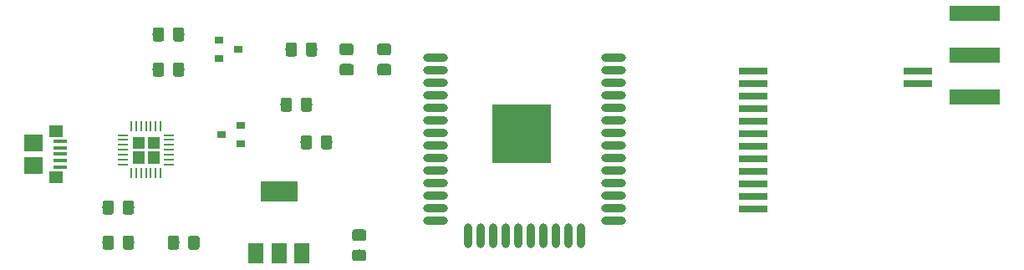
<source format=gbr>
G04 #@! TF.GenerationSoftware,KiCad,Pcbnew,5.0.2+dfsg1-1*
G04 #@! TF.CreationDate,2021-02-25T16:07:11+01:00*
G04 #@! TF.ProjectId,Pager-Interface (KiCAD),50616765-722d-4496-9e74-657266616365,rev?*
G04 #@! TF.SameCoordinates,Original*
G04 #@! TF.FileFunction,Paste,Top*
G04 #@! TF.FilePolarity,Positive*
%FSLAX46Y46*%
G04 Gerber Fmt 4.6, Leading zero omitted, Abs format (unit mm)*
G04 Created by KiCad (PCBNEW 5.0.2+dfsg1-1) date Thu 25 Feb 2021 16:07:11 CET*
%MOMM*%
%LPD*%
G01*
G04 APERTURE LIST*
%ADD10C,0.010000*%
%ADD11R,3.800000X2.000000*%
%ADD12R,1.500000X2.000000*%
%ADD13C,0.100000*%
%ADD14C,1.150000*%
%ADD15R,1.900000X1.750000*%
%ADD16R,1.400000X0.400000*%
%ADD17R,1.450000X1.150000*%
%ADD18R,5.080000X1.500000*%
%ADD19R,0.900000X0.800000*%
%ADD20R,3.000000X0.800000*%
%ADD21O,2.500000X0.900000*%
%ADD22O,0.900000X2.500000*%
%ADD23R,6.000000X6.000000*%
%ADD24R,0.270000X1.010000*%
%ADD25R,1.010000X0.270000*%
G04 APERTURE END LIST*
D10*
G04 #@! TO.C,U2*
G36*
X52250268Y-115750000D02*
X53400000Y-115750000D01*
X53400000Y-116901980D01*
X52250268Y-116901980D01*
X52250268Y-115750000D01*
G37*
X52250268Y-115750000D02*
X53400000Y-115750000D01*
X53400000Y-116901980D01*
X52250268Y-116901980D01*
X52250268Y-115750000D01*
G36*
X50738600Y-115750000D02*
X51890000Y-115750000D01*
X51890000Y-116901400D01*
X50738600Y-116901400D01*
X50738600Y-115750000D01*
G37*
X50738600Y-115750000D02*
X51890000Y-115750000D01*
X51890000Y-116901400D01*
X50738600Y-116901400D01*
X50738600Y-115750000D01*
G36*
X50738180Y-114240000D02*
X51890000Y-114240000D01*
X51890000Y-115389754D01*
X50738180Y-115389754D01*
X50738180Y-114240000D01*
G37*
X50738180Y-114240000D02*
X51890000Y-114240000D01*
X51890000Y-115389754D01*
X50738180Y-115389754D01*
X50738180Y-114240000D01*
G36*
X52250089Y-114240000D02*
X53400000Y-114240000D01*
X53400000Y-115389911D01*
X52250089Y-115389911D01*
X52250089Y-114240000D01*
G37*
X52250089Y-114240000D02*
X53400000Y-114240000D01*
X53400000Y-115389911D01*
X52250089Y-115389911D01*
X52250089Y-114240000D01*
G04 #@! TD*
D11*
G04 #@! TO.C,U1*
X65532000Y-119786000D03*
D12*
X65532000Y-126086000D03*
X67832000Y-126086000D03*
X63232000Y-126086000D03*
G04 #@! TD*
D13*
G04 #@! TO.C,C1*
G36*
X50650505Y-124269204D02*
X50674773Y-124272804D01*
X50698572Y-124278765D01*
X50721671Y-124287030D01*
X50743850Y-124297520D01*
X50764893Y-124310132D01*
X50784599Y-124324747D01*
X50802777Y-124341223D01*
X50819253Y-124359401D01*
X50833868Y-124379107D01*
X50846480Y-124400150D01*
X50856970Y-124422329D01*
X50865235Y-124445428D01*
X50871196Y-124469227D01*
X50874796Y-124493495D01*
X50876000Y-124517999D01*
X50876000Y-125418001D01*
X50874796Y-125442505D01*
X50871196Y-125466773D01*
X50865235Y-125490572D01*
X50856970Y-125513671D01*
X50846480Y-125535850D01*
X50833868Y-125556893D01*
X50819253Y-125576599D01*
X50802777Y-125594777D01*
X50784599Y-125611253D01*
X50764893Y-125625868D01*
X50743850Y-125638480D01*
X50721671Y-125648970D01*
X50698572Y-125657235D01*
X50674773Y-125663196D01*
X50650505Y-125666796D01*
X50626001Y-125668000D01*
X49975999Y-125668000D01*
X49951495Y-125666796D01*
X49927227Y-125663196D01*
X49903428Y-125657235D01*
X49880329Y-125648970D01*
X49858150Y-125638480D01*
X49837107Y-125625868D01*
X49817401Y-125611253D01*
X49799223Y-125594777D01*
X49782747Y-125576599D01*
X49768132Y-125556893D01*
X49755520Y-125535850D01*
X49745030Y-125513671D01*
X49736765Y-125490572D01*
X49730804Y-125466773D01*
X49727204Y-125442505D01*
X49726000Y-125418001D01*
X49726000Y-124517999D01*
X49727204Y-124493495D01*
X49730804Y-124469227D01*
X49736765Y-124445428D01*
X49745030Y-124422329D01*
X49755520Y-124400150D01*
X49768132Y-124379107D01*
X49782747Y-124359401D01*
X49799223Y-124341223D01*
X49817401Y-124324747D01*
X49837107Y-124310132D01*
X49858150Y-124297520D01*
X49880329Y-124287030D01*
X49903428Y-124278765D01*
X49927227Y-124272804D01*
X49951495Y-124269204D01*
X49975999Y-124268000D01*
X50626001Y-124268000D01*
X50650505Y-124269204D01*
X50650505Y-124269204D01*
G37*
D14*
X50301000Y-124968000D03*
D13*
G36*
X48600505Y-124269204D02*
X48624773Y-124272804D01*
X48648572Y-124278765D01*
X48671671Y-124287030D01*
X48693850Y-124297520D01*
X48714893Y-124310132D01*
X48734599Y-124324747D01*
X48752777Y-124341223D01*
X48769253Y-124359401D01*
X48783868Y-124379107D01*
X48796480Y-124400150D01*
X48806970Y-124422329D01*
X48815235Y-124445428D01*
X48821196Y-124469227D01*
X48824796Y-124493495D01*
X48826000Y-124517999D01*
X48826000Y-125418001D01*
X48824796Y-125442505D01*
X48821196Y-125466773D01*
X48815235Y-125490572D01*
X48806970Y-125513671D01*
X48796480Y-125535850D01*
X48783868Y-125556893D01*
X48769253Y-125576599D01*
X48752777Y-125594777D01*
X48734599Y-125611253D01*
X48714893Y-125625868D01*
X48693850Y-125638480D01*
X48671671Y-125648970D01*
X48648572Y-125657235D01*
X48624773Y-125663196D01*
X48600505Y-125666796D01*
X48576001Y-125668000D01*
X47925999Y-125668000D01*
X47901495Y-125666796D01*
X47877227Y-125663196D01*
X47853428Y-125657235D01*
X47830329Y-125648970D01*
X47808150Y-125638480D01*
X47787107Y-125625868D01*
X47767401Y-125611253D01*
X47749223Y-125594777D01*
X47732747Y-125576599D01*
X47718132Y-125556893D01*
X47705520Y-125535850D01*
X47695030Y-125513671D01*
X47686765Y-125490572D01*
X47680804Y-125466773D01*
X47677204Y-125442505D01*
X47676000Y-125418001D01*
X47676000Y-124517999D01*
X47677204Y-124493495D01*
X47680804Y-124469227D01*
X47686765Y-124445428D01*
X47695030Y-124422329D01*
X47705520Y-124400150D01*
X47718132Y-124379107D01*
X47732747Y-124359401D01*
X47749223Y-124341223D01*
X47767401Y-124324747D01*
X47787107Y-124310132D01*
X47808150Y-124297520D01*
X47830329Y-124287030D01*
X47853428Y-124278765D01*
X47877227Y-124272804D01*
X47901495Y-124269204D01*
X47925999Y-124268000D01*
X48576001Y-124268000D01*
X48600505Y-124269204D01*
X48600505Y-124269204D01*
G37*
D14*
X48251000Y-124968000D03*
G04 #@! TD*
D13*
G04 #@! TO.C,C2*
G36*
X74134505Y-123632204D02*
X74158773Y-123635804D01*
X74182572Y-123641765D01*
X74205671Y-123650030D01*
X74227850Y-123660520D01*
X74248893Y-123673132D01*
X74268599Y-123687747D01*
X74286777Y-123704223D01*
X74303253Y-123722401D01*
X74317868Y-123742107D01*
X74330480Y-123763150D01*
X74340970Y-123785329D01*
X74349235Y-123808428D01*
X74355196Y-123832227D01*
X74358796Y-123856495D01*
X74360000Y-123880999D01*
X74360000Y-124531001D01*
X74358796Y-124555505D01*
X74355196Y-124579773D01*
X74349235Y-124603572D01*
X74340970Y-124626671D01*
X74330480Y-124648850D01*
X74317868Y-124669893D01*
X74303253Y-124689599D01*
X74286777Y-124707777D01*
X74268599Y-124724253D01*
X74248893Y-124738868D01*
X74227850Y-124751480D01*
X74205671Y-124761970D01*
X74182572Y-124770235D01*
X74158773Y-124776196D01*
X74134505Y-124779796D01*
X74110001Y-124781000D01*
X73209999Y-124781000D01*
X73185495Y-124779796D01*
X73161227Y-124776196D01*
X73137428Y-124770235D01*
X73114329Y-124761970D01*
X73092150Y-124751480D01*
X73071107Y-124738868D01*
X73051401Y-124724253D01*
X73033223Y-124707777D01*
X73016747Y-124689599D01*
X73002132Y-124669893D01*
X72989520Y-124648850D01*
X72979030Y-124626671D01*
X72970765Y-124603572D01*
X72964804Y-124579773D01*
X72961204Y-124555505D01*
X72960000Y-124531001D01*
X72960000Y-123880999D01*
X72961204Y-123856495D01*
X72964804Y-123832227D01*
X72970765Y-123808428D01*
X72979030Y-123785329D01*
X72989520Y-123763150D01*
X73002132Y-123742107D01*
X73016747Y-123722401D01*
X73033223Y-123704223D01*
X73051401Y-123687747D01*
X73071107Y-123673132D01*
X73092150Y-123660520D01*
X73114329Y-123650030D01*
X73137428Y-123641765D01*
X73161227Y-123635804D01*
X73185495Y-123632204D01*
X73209999Y-123631000D01*
X74110001Y-123631000D01*
X74134505Y-123632204D01*
X74134505Y-123632204D01*
G37*
D14*
X73660000Y-124206000D03*
D13*
G36*
X74134505Y-125682204D02*
X74158773Y-125685804D01*
X74182572Y-125691765D01*
X74205671Y-125700030D01*
X74227850Y-125710520D01*
X74248893Y-125723132D01*
X74268599Y-125737747D01*
X74286777Y-125754223D01*
X74303253Y-125772401D01*
X74317868Y-125792107D01*
X74330480Y-125813150D01*
X74340970Y-125835329D01*
X74349235Y-125858428D01*
X74355196Y-125882227D01*
X74358796Y-125906495D01*
X74360000Y-125930999D01*
X74360000Y-126581001D01*
X74358796Y-126605505D01*
X74355196Y-126629773D01*
X74349235Y-126653572D01*
X74340970Y-126676671D01*
X74330480Y-126698850D01*
X74317868Y-126719893D01*
X74303253Y-126739599D01*
X74286777Y-126757777D01*
X74268599Y-126774253D01*
X74248893Y-126788868D01*
X74227850Y-126801480D01*
X74205671Y-126811970D01*
X74182572Y-126820235D01*
X74158773Y-126826196D01*
X74134505Y-126829796D01*
X74110001Y-126831000D01*
X73209999Y-126831000D01*
X73185495Y-126829796D01*
X73161227Y-126826196D01*
X73137428Y-126820235D01*
X73114329Y-126811970D01*
X73092150Y-126801480D01*
X73071107Y-126788868D01*
X73051401Y-126774253D01*
X73033223Y-126757777D01*
X73016747Y-126739599D01*
X73002132Y-126719893D01*
X72989520Y-126698850D01*
X72979030Y-126676671D01*
X72970765Y-126653572D01*
X72964804Y-126629773D01*
X72961204Y-126605505D01*
X72960000Y-126581001D01*
X72960000Y-125930999D01*
X72961204Y-125906495D01*
X72964804Y-125882227D01*
X72970765Y-125858428D01*
X72979030Y-125835329D01*
X72989520Y-125813150D01*
X73002132Y-125792107D01*
X73016747Y-125772401D01*
X73033223Y-125754223D01*
X73051401Y-125737747D01*
X73071107Y-125723132D01*
X73092150Y-125710520D01*
X73114329Y-125700030D01*
X73137428Y-125691765D01*
X73161227Y-125685804D01*
X73185495Y-125682204D01*
X73209999Y-125681000D01*
X74110001Y-125681000D01*
X74134505Y-125682204D01*
X74134505Y-125682204D01*
G37*
D14*
X73660000Y-126256000D03*
G04 #@! TD*
D13*
G04 #@! TO.C,C3*
G36*
X57263505Y-124269204D02*
X57287773Y-124272804D01*
X57311572Y-124278765D01*
X57334671Y-124287030D01*
X57356850Y-124297520D01*
X57377893Y-124310132D01*
X57397599Y-124324747D01*
X57415777Y-124341223D01*
X57432253Y-124359401D01*
X57446868Y-124379107D01*
X57459480Y-124400150D01*
X57469970Y-124422329D01*
X57478235Y-124445428D01*
X57484196Y-124469227D01*
X57487796Y-124493495D01*
X57489000Y-124517999D01*
X57489000Y-125418001D01*
X57487796Y-125442505D01*
X57484196Y-125466773D01*
X57478235Y-125490572D01*
X57469970Y-125513671D01*
X57459480Y-125535850D01*
X57446868Y-125556893D01*
X57432253Y-125576599D01*
X57415777Y-125594777D01*
X57397599Y-125611253D01*
X57377893Y-125625868D01*
X57356850Y-125638480D01*
X57334671Y-125648970D01*
X57311572Y-125657235D01*
X57287773Y-125663196D01*
X57263505Y-125666796D01*
X57239001Y-125668000D01*
X56588999Y-125668000D01*
X56564495Y-125666796D01*
X56540227Y-125663196D01*
X56516428Y-125657235D01*
X56493329Y-125648970D01*
X56471150Y-125638480D01*
X56450107Y-125625868D01*
X56430401Y-125611253D01*
X56412223Y-125594777D01*
X56395747Y-125576599D01*
X56381132Y-125556893D01*
X56368520Y-125535850D01*
X56358030Y-125513671D01*
X56349765Y-125490572D01*
X56343804Y-125466773D01*
X56340204Y-125442505D01*
X56339000Y-125418001D01*
X56339000Y-124517999D01*
X56340204Y-124493495D01*
X56343804Y-124469227D01*
X56349765Y-124445428D01*
X56358030Y-124422329D01*
X56368520Y-124400150D01*
X56381132Y-124379107D01*
X56395747Y-124359401D01*
X56412223Y-124341223D01*
X56430401Y-124324747D01*
X56450107Y-124310132D01*
X56471150Y-124297520D01*
X56493329Y-124287030D01*
X56516428Y-124278765D01*
X56540227Y-124272804D01*
X56564495Y-124269204D01*
X56588999Y-124268000D01*
X57239001Y-124268000D01*
X57263505Y-124269204D01*
X57263505Y-124269204D01*
G37*
D14*
X56914000Y-124968000D03*
D13*
G36*
X55213505Y-124269204D02*
X55237773Y-124272804D01*
X55261572Y-124278765D01*
X55284671Y-124287030D01*
X55306850Y-124297520D01*
X55327893Y-124310132D01*
X55347599Y-124324747D01*
X55365777Y-124341223D01*
X55382253Y-124359401D01*
X55396868Y-124379107D01*
X55409480Y-124400150D01*
X55419970Y-124422329D01*
X55428235Y-124445428D01*
X55434196Y-124469227D01*
X55437796Y-124493495D01*
X55439000Y-124517999D01*
X55439000Y-125418001D01*
X55437796Y-125442505D01*
X55434196Y-125466773D01*
X55428235Y-125490572D01*
X55419970Y-125513671D01*
X55409480Y-125535850D01*
X55396868Y-125556893D01*
X55382253Y-125576599D01*
X55365777Y-125594777D01*
X55347599Y-125611253D01*
X55327893Y-125625868D01*
X55306850Y-125638480D01*
X55284671Y-125648970D01*
X55261572Y-125657235D01*
X55237773Y-125663196D01*
X55213505Y-125666796D01*
X55189001Y-125668000D01*
X54538999Y-125668000D01*
X54514495Y-125666796D01*
X54490227Y-125663196D01*
X54466428Y-125657235D01*
X54443329Y-125648970D01*
X54421150Y-125638480D01*
X54400107Y-125625868D01*
X54380401Y-125611253D01*
X54362223Y-125594777D01*
X54345747Y-125576599D01*
X54331132Y-125556893D01*
X54318520Y-125535850D01*
X54308030Y-125513671D01*
X54299765Y-125490572D01*
X54293804Y-125466773D01*
X54290204Y-125442505D01*
X54289000Y-125418001D01*
X54289000Y-124517999D01*
X54290204Y-124493495D01*
X54293804Y-124469227D01*
X54299765Y-124445428D01*
X54308030Y-124422329D01*
X54318520Y-124400150D01*
X54331132Y-124379107D01*
X54345747Y-124359401D01*
X54362223Y-124341223D01*
X54380401Y-124324747D01*
X54400107Y-124310132D01*
X54421150Y-124297520D01*
X54443329Y-124287030D01*
X54466428Y-124278765D01*
X54490227Y-124272804D01*
X54514495Y-124269204D01*
X54538999Y-124268000D01*
X55189001Y-124268000D01*
X55213505Y-124269204D01*
X55213505Y-124269204D01*
G37*
D14*
X54864000Y-124968000D03*
G04 #@! TD*
D13*
G04 #@! TO.C,C4*
G36*
X48591505Y-120713204D02*
X48615773Y-120716804D01*
X48639572Y-120722765D01*
X48662671Y-120731030D01*
X48684850Y-120741520D01*
X48705893Y-120754132D01*
X48725599Y-120768747D01*
X48743777Y-120785223D01*
X48760253Y-120803401D01*
X48774868Y-120823107D01*
X48787480Y-120844150D01*
X48797970Y-120866329D01*
X48806235Y-120889428D01*
X48812196Y-120913227D01*
X48815796Y-120937495D01*
X48817000Y-120961999D01*
X48817000Y-121862001D01*
X48815796Y-121886505D01*
X48812196Y-121910773D01*
X48806235Y-121934572D01*
X48797970Y-121957671D01*
X48787480Y-121979850D01*
X48774868Y-122000893D01*
X48760253Y-122020599D01*
X48743777Y-122038777D01*
X48725599Y-122055253D01*
X48705893Y-122069868D01*
X48684850Y-122082480D01*
X48662671Y-122092970D01*
X48639572Y-122101235D01*
X48615773Y-122107196D01*
X48591505Y-122110796D01*
X48567001Y-122112000D01*
X47916999Y-122112000D01*
X47892495Y-122110796D01*
X47868227Y-122107196D01*
X47844428Y-122101235D01*
X47821329Y-122092970D01*
X47799150Y-122082480D01*
X47778107Y-122069868D01*
X47758401Y-122055253D01*
X47740223Y-122038777D01*
X47723747Y-122020599D01*
X47709132Y-122000893D01*
X47696520Y-121979850D01*
X47686030Y-121957671D01*
X47677765Y-121934572D01*
X47671804Y-121910773D01*
X47668204Y-121886505D01*
X47667000Y-121862001D01*
X47667000Y-120961999D01*
X47668204Y-120937495D01*
X47671804Y-120913227D01*
X47677765Y-120889428D01*
X47686030Y-120866329D01*
X47696520Y-120844150D01*
X47709132Y-120823107D01*
X47723747Y-120803401D01*
X47740223Y-120785223D01*
X47758401Y-120768747D01*
X47778107Y-120754132D01*
X47799150Y-120741520D01*
X47821329Y-120731030D01*
X47844428Y-120722765D01*
X47868227Y-120716804D01*
X47892495Y-120713204D01*
X47916999Y-120712000D01*
X48567001Y-120712000D01*
X48591505Y-120713204D01*
X48591505Y-120713204D01*
G37*
D14*
X48242000Y-121412000D03*
D13*
G36*
X50641505Y-120713204D02*
X50665773Y-120716804D01*
X50689572Y-120722765D01*
X50712671Y-120731030D01*
X50734850Y-120741520D01*
X50755893Y-120754132D01*
X50775599Y-120768747D01*
X50793777Y-120785223D01*
X50810253Y-120803401D01*
X50824868Y-120823107D01*
X50837480Y-120844150D01*
X50847970Y-120866329D01*
X50856235Y-120889428D01*
X50862196Y-120913227D01*
X50865796Y-120937495D01*
X50867000Y-120961999D01*
X50867000Y-121862001D01*
X50865796Y-121886505D01*
X50862196Y-121910773D01*
X50856235Y-121934572D01*
X50847970Y-121957671D01*
X50837480Y-121979850D01*
X50824868Y-122000893D01*
X50810253Y-122020599D01*
X50793777Y-122038777D01*
X50775599Y-122055253D01*
X50755893Y-122069868D01*
X50734850Y-122082480D01*
X50712671Y-122092970D01*
X50689572Y-122101235D01*
X50665773Y-122107196D01*
X50641505Y-122110796D01*
X50617001Y-122112000D01*
X49966999Y-122112000D01*
X49942495Y-122110796D01*
X49918227Y-122107196D01*
X49894428Y-122101235D01*
X49871329Y-122092970D01*
X49849150Y-122082480D01*
X49828107Y-122069868D01*
X49808401Y-122055253D01*
X49790223Y-122038777D01*
X49773747Y-122020599D01*
X49759132Y-122000893D01*
X49746520Y-121979850D01*
X49736030Y-121957671D01*
X49727765Y-121934572D01*
X49721804Y-121910773D01*
X49718204Y-121886505D01*
X49717000Y-121862001D01*
X49717000Y-120961999D01*
X49718204Y-120937495D01*
X49721804Y-120913227D01*
X49727765Y-120889428D01*
X49736030Y-120866329D01*
X49746520Y-120844150D01*
X49759132Y-120823107D01*
X49773747Y-120803401D01*
X49790223Y-120785223D01*
X49808401Y-120768747D01*
X49828107Y-120754132D01*
X49849150Y-120741520D01*
X49871329Y-120731030D01*
X49894428Y-120722765D01*
X49918227Y-120716804D01*
X49942495Y-120713204D01*
X49966999Y-120712000D01*
X50617001Y-120712000D01*
X50641505Y-120713204D01*
X50641505Y-120713204D01*
G37*
D14*
X50292000Y-121412000D03*
G04 #@! TD*
D13*
G04 #@! TO.C,C5*
G36*
X68666505Y-114109204D02*
X68690773Y-114112804D01*
X68714572Y-114118765D01*
X68737671Y-114127030D01*
X68759850Y-114137520D01*
X68780893Y-114150132D01*
X68800599Y-114164747D01*
X68818777Y-114181223D01*
X68835253Y-114199401D01*
X68849868Y-114219107D01*
X68862480Y-114240150D01*
X68872970Y-114262329D01*
X68881235Y-114285428D01*
X68887196Y-114309227D01*
X68890796Y-114333495D01*
X68892000Y-114357999D01*
X68892000Y-115258001D01*
X68890796Y-115282505D01*
X68887196Y-115306773D01*
X68881235Y-115330572D01*
X68872970Y-115353671D01*
X68862480Y-115375850D01*
X68849868Y-115396893D01*
X68835253Y-115416599D01*
X68818777Y-115434777D01*
X68800599Y-115451253D01*
X68780893Y-115465868D01*
X68759850Y-115478480D01*
X68737671Y-115488970D01*
X68714572Y-115497235D01*
X68690773Y-115503196D01*
X68666505Y-115506796D01*
X68642001Y-115508000D01*
X67991999Y-115508000D01*
X67967495Y-115506796D01*
X67943227Y-115503196D01*
X67919428Y-115497235D01*
X67896329Y-115488970D01*
X67874150Y-115478480D01*
X67853107Y-115465868D01*
X67833401Y-115451253D01*
X67815223Y-115434777D01*
X67798747Y-115416599D01*
X67784132Y-115396893D01*
X67771520Y-115375850D01*
X67761030Y-115353671D01*
X67752765Y-115330572D01*
X67746804Y-115306773D01*
X67743204Y-115282505D01*
X67742000Y-115258001D01*
X67742000Y-114357999D01*
X67743204Y-114333495D01*
X67746804Y-114309227D01*
X67752765Y-114285428D01*
X67761030Y-114262329D01*
X67771520Y-114240150D01*
X67784132Y-114219107D01*
X67798747Y-114199401D01*
X67815223Y-114181223D01*
X67833401Y-114164747D01*
X67853107Y-114150132D01*
X67874150Y-114137520D01*
X67896329Y-114127030D01*
X67919428Y-114118765D01*
X67943227Y-114112804D01*
X67967495Y-114109204D01*
X67991999Y-114108000D01*
X68642001Y-114108000D01*
X68666505Y-114109204D01*
X68666505Y-114109204D01*
G37*
D14*
X68317000Y-114808000D03*
D13*
G36*
X70716505Y-114109204D02*
X70740773Y-114112804D01*
X70764572Y-114118765D01*
X70787671Y-114127030D01*
X70809850Y-114137520D01*
X70830893Y-114150132D01*
X70850599Y-114164747D01*
X70868777Y-114181223D01*
X70885253Y-114199401D01*
X70899868Y-114219107D01*
X70912480Y-114240150D01*
X70922970Y-114262329D01*
X70931235Y-114285428D01*
X70937196Y-114309227D01*
X70940796Y-114333495D01*
X70942000Y-114357999D01*
X70942000Y-115258001D01*
X70940796Y-115282505D01*
X70937196Y-115306773D01*
X70931235Y-115330572D01*
X70922970Y-115353671D01*
X70912480Y-115375850D01*
X70899868Y-115396893D01*
X70885253Y-115416599D01*
X70868777Y-115434777D01*
X70850599Y-115451253D01*
X70830893Y-115465868D01*
X70809850Y-115478480D01*
X70787671Y-115488970D01*
X70764572Y-115497235D01*
X70740773Y-115503196D01*
X70716505Y-115506796D01*
X70692001Y-115508000D01*
X70041999Y-115508000D01*
X70017495Y-115506796D01*
X69993227Y-115503196D01*
X69969428Y-115497235D01*
X69946329Y-115488970D01*
X69924150Y-115478480D01*
X69903107Y-115465868D01*
X69883401Y-115451253D01*
X69865223Y-115434777D01*
X69848747Y-115416599D01*
X69834132Y-115396893D01*
X69821520Y-115375850D01*
X69811030Y-115353671D01*
X69802765Y-115330572D01*
X69796804Y-115306773D01*
X69793204Y-115282505D01*
X69792000Y-115258001D01*
X69792000Y-114357999D01*
X69793204Y-114333495D01*
X69796804Y-114309227D01*
X69802765Y-114285428D01*
X69811030Y-114262329D01*
X69821520Y-114240150D01*
X69834132Y-114219107D01*
X69848747Y-114199401D01*
X69865223Y-114181223D01*
X69883401Y-114164747D01*
X69903107Y-114150132D01*
X69924150Y-114137520D01*
X69946329Y-114127030D01*
X69969428Y-114118765D01*
X69993227Y-114112804D01*
X70017495Y-114109204D01*
X70041999Y-114108000D01*
X70692001Y-114108000D01*
X70716505Y-114109204D01*
X70716505Y-114109204D01*
G37*
D14*
X70367000Y-114808000D03*
G04 #@! TD*
D13*
G04 #@! TO.C,C6*
G36*
X67142505Y-104711204D02*
X67166773Y-104714804D01*
X67190572Y-104720765D01*
X67213671Y-104729030D01*
X67235850Y-104739520D01*
X67256893Y-104752132D01*
X67276599Y-104766747D01*
X67294777Y-104783223D01*
X67311253Y-104801401D01*
X67325868Y-104821107D01*
X67338480Y-104842150D01*
X67348970Y-104864329D01*
X67357235Y-104887428D01*
X67363196Y-104911227D01*
X67366796Y-104935495D01*
X67368000Y-104959999D01*
X67368000Y-105860001D01*
X67366796Y-105884505D01*
X67363196Y-105908773D01*
X67357235Y-105932572D01*
X67348970Y-105955671D01*
X67338480Y-105977850D01*
X67325868Y-105998893D01*
X67311253Y-106018599D01*
X67294777Y-106036777D01*
X67276599Y-106053253D01*
X67256893Y-106067868D01*
X67235850Y-106080480D01*
X67213671Y-106090970D01*
X67190572Y-106099235D01*
X67166773Y-106105196D01*
X67142505Y-106108796D01*
X67118001Y-106110000D01*
X66467999Y-106110000D01*
X66443495Y-106108796D01*
X66419227Y-106105196D01*
X66395428Y-106099235D01*
X66372329Y-106090970D01*
X66350150Y-106080480D01*
X66329107Y-106067868D01*
X66309401Y-106053253D01*
X66291223Y-106036777D01*
X66274747Y-106018599D01*
X66260132Y-105998893D01*
X66247520Y-105977850D01*
X66237030Y-105955671D01*
X66228765Y-105932572D01*
X66222804Y-105908773D01*
X66219204Y-105884505D01*
X66218000Y-105860001D01*
X66218000Y-104959999D01*
X66219204Y-104935495D01*
X66222804Y-104911227D01*
X66228765Y-104887428D01*
X66237030Y-104864329D01*
X66247520Y-104842150D01*
X66260132Y-104821107D01*
X66274747Y-104801401D01*
X66291223Y-104783223D01*
X66309401Y-104766747D01*
X66329107Y-104752132D01*
X66350150Y-104739520D01*
X66372329Y-104729030D01*
X66395428Y-104720765D01*
X66419227Y-104714804D01*
X66443495Y-104711204D01*
X66467999Y-104710000D01*
X67118001Y-104710000D01*
X67142505Y-104711204D01*
X67142505Y-104711204D01*
G37*
D14*
X66793000Y-105410000D03*
D13*
G36*
X69192505Y-104711204D02*
X69216773Y-104714804D01*
X69240572Y-104720765D01*
X69263671Y-104729030D01*
X69285850Y-104739520D01*
X69306893Y-104752132D01*
X69326599Y-104766747D01*
X69344777Y-104783223D01*
X69361253Y-104801401D01*
X69375868Y-104821107D01*
X69388480Y-104842150D01*
X69398970Y-104864329D01*
X69407235Y-104887428D01*
X69413196Y-104911227D01*
X69416796Y-104935495D01*
X69418000Y-104959999D01*
X69418000Y-105860001D01*
X69416796Y-105884505D01*
X69413196Y-105908773D01*
X69407235Y-105932572D01*
X69398970Y-105955671D01*
X69388480Y-105977850D01*
X69375868Y-105998893D01*
X69361253Y-106018599D01*
X69344777Y-106036777D01*
X69326599Y-106053253D01*
X69306893Y-106067868D01*
X69285850Y-106080480D01*
X69263671Y-106090970D01*
X69240572Y-106099235D01*
X69216773Y-106105196D01*
X69192505Y-106108796D01*
X69168001Y-106110000D01*
X68517999Y-106110000D01*
X68493495Y-106108796D01*
X68469227Y-106105196D01*
X68445428Y-106099235D01*
X68422329Y-106090970D01*
X68400150Y-106080480D01*
X68379107Y-106067868D01*
X68359401Y-106053253D01*
X68341223Y-106036777D01*
X68324747Y-106018599D01*
X68310132Y-105998893D01*
X68297520Y-105977850D01*
X68287030Y-105955671D01*
X68278765Y-105932572D01*
X68272804Y-105908773D01*
X68269204Y-105884505D01*
X68268000Y-105860001D01*
X68268000Y-104959999D01*
X68269204Y-104935495D01*
X68272804Y-104911227D01*
X68278765Y-104887428D01*
X68287030Y-104864329D01*
X68297520Y-104842150D01*
X68310132Y-104821107D01*
X68324747Y-104801401D01*
X68341223Y-104783223D01*
X68359401Y-104766747D01*
X68379107Y-104752132D01*
X68400150Y-104739520D01*
X68422329Y-104729030D01*
X68445428Y-104720765D01*
X68469227Y-104714804D01*
X68493495Y-104711204D01*
X68517999Y-104710000D01*
X69168001Y-104710000D01*
X69192505Y-104711204D01*
X69192505Y-104711204D01*
G37*
D14*
X68843000Y-105410000D03*
G04 #@! TD*
D13*
G04 #@! TO.C,C7*
G36*
X72864505Y-106868204D02*
X72888773Y-106871804D01*
X72912572Y-106877765D01*
X72935671Y-106886030D01*
X72957850Y-106896520D01*
X72978893Y-106909132D01*
X72998599Y-106923747D01*
X73016777Y-106940223D01*
X73033253Y-106958401D01*
X73047868Y-106978107D01*
X73060480Y-106999150D01*
X73070970Y-107021329D01*
X73079235Y-107044428D01*
X73085196Y-107068227D01*
X73088796Y-107092495D01*
X73090000Y-107116999D01*
X73090000Y-107767001D01*
X73088796Y-107791505D01*
X73085196Y-107815773D01*
X73079235Y-107839572D01*
X73070970Y-107862671D01*
X73060480Y-107884850D01*
X73047868Y-107905893D01*
X73033253Y-107925599D01*
X73016777Y-107943777D01*
X72998599Y-107960253D01*
X72978893Y-107974868D01*
X72957850Y-107987480D01*
X72935671Y-107997970D01*
X72912572Y-108006235D01*
X72888773Y-108012196D01*
X72864505Y-108015796D01*
X72840001Y-108017000D01*
X71939999Y-108017000D01*
X71915495Y-108015796D01*
X71891227Y-108012196D01*
X71867428Y-108006235D01*
X71844329Y-107997970D01*
X71822150Y-107987480D01*
X71801107Y-107974868D01*
X71781401Y-107960253D01*
X71763223Y-107943777D01*
X71746747Y-107925599D01*
X71732132Y-107905893D01*
X71719520Y-107884850D01*
X71709030Y-107862671D01*
X71700765Y-107839572D01*
X71694804Y-107815773D01*
X71691204Y-107791505D01*
X71690000Y-107767001D01*
X71690000Y-107116999D01*
X71691204Y-107092495D01*
X71694804Y-107068227D01*
X71700765Y-107044428D01*
X71709030Y-107021329D01*
X71719520Y-106999150D01*
X71732132Y-106978107D01*
X71746747Y-106958401D01*
X71763223Y-106940223D01*
X71781401Y-106923747D01*
X71801107Y-106909132D01*
X71822150Y-106896520D01*
X71844329Y-106886030D01*
X71867428Y-106877765D01*
X71891227Y-106871804D01*
X71915495Y-106868204D01*
X71939999Y-106867000D01*
X72840001Y-106867000D01*
X72864505Y-106868204D01*
X72864505Y-106868204D01*
G37*
D14*
X72390000Y-107442000D03*
D13*
G36*
X72864505Y-104818204D02*
X72888773Y-104821804D01*
X72912572Y-104827765D01*
X72935671Y-104836030D01*
X72957850Y-104846520D01*
X72978893Y-104859132D01*
X72998599Y-104873747D01*
X73016777Y-104890223D01*
X73033253Y-104908401D01*
X73047868Y-104928107D01*
X73060480Y-104949150D01*
X73070970Y-104971329D01*
X73079235Y-104994428D01*
X73085196Y-105018227D01*
X73088796Y-105042495D01*
X73090000Y-105066999D01*
X73090000Y-105717001D01*
X73088796Y-105741505D01*
X73085196Y-105765773D01*
X73079235Y-105789572D01*
X73070970Y-105812671D01*
X73060480Y-105834850D01*
X73047868Y-105855893D01*
X73033253Y-105875599D01*
X73016777Y-105893777D01*
X72998599Y-105910253D01*
X72978893Y-105924868D01*
X72957850Y-105937480D01*
X72935671Y-105947970D01*
X72912572Y-105956235D01*
X72888773Y-105962196D01*
X72864505Y-105965796D01*
X72840001Y-105967000D01*
X71939999Y-105967000D01*
X71915495Y-105965796D01*
X71891227Y-105962196D01*
X71867428Y-105956235D01*
X71844329Y-105947970D01*
X71822150Y-105937480D01*
X71801107Y-105924868D01*
X71781401Y-105910253D01*
X71763223Y-105893777D01*
X71746747Y-105875599D01*
X71732132Y-105855893D01*
X71719520Y-105834850D01*
X71709030Y-105812671D01*
X71700765Y-105789572D01*
X71694804Y-105765773D01*
X71691204Y-105741505D01*
X71690000Y-105717001D01*
X71690000Y-105066999D01*
X71691204Y-105042495D01*
X71694804Y-105018227D01*
X71700765Y-104994428D01*
X71709030Y-104971329D01*
X71719520Y-104949150D01*
X71732132Y-104928107D01*
X71746747Y-104908401D01*
X71763223Y-104890223D01*
X71781401Y-104873747D01*
X71801107Y-104859132D01*
X71822150Y-104846520D01*
X71844329Y-104836030D01*
X71867428Y-104827765D01*
X71891227Y-104821804D01*
X71915495Y-104818204D01*
X71939999Y-104817000D01*
X72840001Y-104817000D01*
X72864505Y-104818204D01*
X72864505Y-104818204D01*
G37*
D14*
X72390000Y-105392000D03*
G04 #@! TD*
D13*
G04 #@! TO.C,C8*
G36*
X76674505Y-106868204D02*
X76698773Y-106871804D01*
X76722572Y-106877765D01*
X76745671Y-106886030D01*
X76767850Y-106896520D01*
X76788893Y-106909132D01*
X76808599Y-106923747D01*
X76826777Y-106940223D01*
X76843253Y-106958401D01*
X76857868Y-106978107D01*
X76870480Y-106999150D01*
X76880970Y-107021329D01*
X76889235Y-107044428D01*
X76895196Y-107068227D01*
X76898796Y-107092495D01*
X76900000Y-107116999D01*
X76900000Y-107767001D01*
X76898796Y-107791505D01*
X76895196Y-107815773D01*
X76889235Y-107839572D01*
X76880970Y-107862671D01*
X76870480Y-107884850D01*
X76857868Y-107905893D01*
X76843253Y-107925599D01*
X76826777Y-107943777D01*
X76808599Y-107960253D01*
X76788893Y-107974868D01*
X76767850Y-107987480D01*
X76745671Y-107997970D01*
X76722572Y-108006235D01*
X76698773Y-108012196D01*
X76674505Y-108015796D01*
X76650001Y-108017000D01*
X75749999Y-108017000D01*
X75725495Y-108015796D01*
X75701227Y-108012196D01*
X75677428Y-108006235D01*
X75654329Y-107997970D01*
X75632150Y-107987480D01*
X75611107Y-107974868D01*
X75591401Y-107960253D01*
X75573223Y-107943777D01*
X75556747Y-107925599D01*
X75542132Y-107905893D01*
X75529520Y-107884850D01*
X75519030Y-107862671D01*
X75510765Y-107839572D01*
X75504804Y-107815773D01*
X75501204Y-107791505D01*
X75500000Y-107767001D01*
X75500000Y-107116999D01*
X75501204Y-107092495D01*
X75504804Y-107068227D01*
X75510765Y-107044428D01*
X75519030Y-107021329D01*
X75529520Y-106999150D01*
X75542132Y-106978107D01*
X75556747Y-106958401D01*
X75573223Y-106940223D01*
X75591401Y-106923747D01*
X75611107Y-106909132D01*
X75632150Y-106896520D01*
X75654329Y-106886030D01*
X75677428Y-106877765D01*
X75701227Y-106871804D01*
X75725495Y-106868204D01*
X75749999Y-106867000D01*
X76650001Y-106867000D01*
X76674505Y-106868204D01*
X76674505Y-106868204D01*
G37*
D14*
X76200000Y-107442000D03*
D13*
G36*
X76674505Y-104818204D02*
X76698773Y-104821804D01*
X76722572Y-104827765D01*
X76745671Y-104836030D01*
X76767850Y-104846520D01*
X76788893Y-104859132D01*
X76808599Y-104873747D01*
X76826777Y-104890223D01*
X76843253Y-104908401D01*
X76857868Y-104928107D01*
X76870480Y-104949150D01*
X76880970Y-104971329D01*
X76889235Y-104994428D01*
X76895196Y-105018227D01*
X76898796Y-105042495D01*
X76900000Y-105066999D01*
X76900000Y-105717001D01*
X76898796Y-105741505D01*
X76895196Y-105765773D01*
X76889235Y-105789572D01*
X76880970Y-105812671D01*
X76870480Y-105834850D01*
X76857868Y-105855893D01*
X76843253Y-105875599D01*
X76826777Y-105893777D01*
X76808599Y-105910253D01*
X76788893Y-105924868D01*
X76767850Y-105937480D01*
X76745671Y-105947970D01*
X76722572Y-105956235D01*
X76698773Y-105962196D01*
X76674505Y-105965796D01*
X76650001Y-105967000D01*
X75749999Y-105967000D01*
X75725495Y-105965796D01*
X75701227Y-105962196D01*
X75677428Y-105956235D01*
X75654329Y-105947970D01*
X75632150Y-105937480D01*
X75611107Y-105924868D01*
X75591401Y-105910253D01*
X75573223Y-105893777D01*
X75556747Y-105875599D01*
X75542132Y-105855893D01*
X75529520Y-105834850D01*
X75519030Y-105812671D01*
X75510765Y-105789572D01*
X75504804Y-105765773D01*
X75501204Y-105741505D01*
X75500000Y-105717001D01*
X75500000Y-105066999D01*
X75501204Y-105042495D01*
X75504804Y-105018227D01*
X75510765Y-104994428D01*
X75519030Y-104971329D01*
X75529520Y-104949150D01*
X75542132Y-104928107D01*
X75556747Y-104908401D01*
X75573223Y-104890223D01*
X75591401Y-104873747D01*
X75611107Y-104859132D01*
X75632150Y-104846520D01*
X75654329Y-104836030D01*
X75677428Y-104827765D01*
X75701227Y-104821804D01*
X75725495Y-104818204D01*
X75749999Y-104817000D01*
X76650001Y-104817000D01*
X76674505Y-104818204D01*
X76674505Y-104818204D01*
G37*
D14*
X76200000Y-105392000D03*
G04 #@! TD*
D15*
G04 #@! TO.C,J1*
X40710000Y-117125000D03*
D16*
X43360000Y-115350000D03*
X43360000Y-114700000D03*
X43360000Y-117300000D03*
X43360000Y-116650000D03*
X43360000Y-116000000D03*
D15*
X40710000Y-114875000D03*
D17*
X42940000Y-118320000D03*
X42940000Y-113680000D03*
G04 #@! TD*
D18*
G04 #@! TO.C,J2*
X136000000Y-110250000D03*
X136000000Y-101750000D03*
X136000000Y-106000000D03*
G04 #@! TD*
D19*
G04 #@! TO.C,Q1*
X59452000Y-104460000D03*
X59452000Y-106360000D03*
X61452000Y-105410000D03*
G04 #@! TD*
G04 #@! TO.C,Q2*
X59706000Y-114046000D03*
X61706000Y-113096000D03*
X61706000Y-114996000D03*
G04 #@! TD*
D13*
G04 #@! TO.C,R1*
G36*
X55730505Y-103187204D02*
X55754773Y-103190804D01*
X55778572Y-103196765D01*
X55801671Y-103205030D01*
X55823850Y-103215520D01*
X55844893Y-103228132D01*
X55864599Y-103242747D01*
X55882777Y-103259223D01*
X55899253Y-103277401D01*
X55913868Y-103297107D01*
X55926480Y-103318150D01*
X55936970Y-103340329D01*
X55945235Y-103363428D01*
X55951196Y-103387227D01*
X55954796Y-103411495D01*
X55956000Y-103435999D01*
X55956000Y-104336001D01*
X55954796Y-104360505D01*
X55951196Y-104384773D01*
X55945235Y-104408572D01*
X55936970Y-104431671D01*
X55926480Y-104453850D01*
X55913868Y-104474893D01*
X55899253Y-104494599D01*
X55882777Y-104512777D01*
X55864599Y-104529253D01*
X55844893Y-104543868D01*
X55823850Y-104556480D01*
X55801671Y-104566970D01*
X55778572Y-104575235D01*
X55754773Y-104581196D01*
X55730505Y-104584796D01*
X55706001Y-104586000D01*
X55055999Y-104586000D01*
X55031495Y-104584796D01*
X55007227Y-104581196D01*
X54983428Y-104575235D01*
X54960329Y-104566970D01*
X54938150Y-104556480D01*
X54917107Y-104543868D01*
X54897401Y-104529253D01*
X54879223Y-104512777D01*
X54862747Y-104494599D01*
X54848132Y-104474893D01*
X54835520Y-104453850D01*
X54825030Y-104431671D01*
X54816765Y-104408572D01*
X54810804Y-104384773D01*
X54807204Y-104360505D01*
X54806000Y-104336001D01*
X54806000Y-103435999D01*
X54807204Y-103411495D01*
X54810804Y-103387227D01*
X54816765Y-103363428D01*
X54825030Y-103340329D01*
X54835520Y-103318150D01*
X54848132Y-103297107D01*
X54862747Y-103277401D01*
X54879223Y-103259223D01*
X54897401Y-103242747D01*
X54917107Y-103228132D01*
X54938150Y-103215520D01*
X54960329Y-103205030D01*
X54983428Y-103196765D01*
X55007227Y-103190804D01*
X55031495Y-103187204D01*
X55055999Y-103186000D01*
X55706001Y-103186000D01*
X55730505Y-103187204D01*
X55730505Y-103187204D01*
G37*
D14*
X55381000Y-103886000D03*
D13*
G36*
X53680505Y-103187204D02*
X53704773Y-103190804D01*
X53728572Y-103196765D01*
X53751671Y-103205030D01*
X53773850Y-103215520D01*
X53794893Y-103228132D01*
X53814599Y-103242747D01*
X53832777Y-103259223D01*
X53849253Y-103277401D01*
X53863868Y-103297107D01*
X53876480Y-103318150D01*
X53886970Y-103340329D01*
X53895235Y-103363428D01*
X53901196Y-103387227D01*
X53904796Y-103411495D01*
X53906000Y-103435999D01*
X53906000Y-104336001D01*
X53904796Y-104360505D01*
X53901196Y-104384773D01*
X53895235Y-104408572D01*
X53886970Y-104431671D01*
X53876480Y-104453850D01*
X53863868Y-104474893D01*
X53849253Y-104494599D01*
X53832777Y-104512777D01*
X53814599Y-104529253D01*
X53794893Y-104543868D01*
X53773850Y-104556480D01*
X53751671Y-104566970D01*
X53728572Y-104575235D01*
X53704773Y-104581196D01*
X53680505Y-104584796D01*
X53656001Y-104586000D01*
X53005999Y-104586000D01*
X52981495Y-104584796D01*
X52957227Y-104581196D01*
X52933428Y-104575235D01*
X52910329Y-104566970D01*
X52888150Y-104556480D01*
X52867107Y-104543868D01*
X52847401Y-104529253D01*
X52829223Y-104512777D01*
X52812747Y-104494599D01*
X52798132Y-104474893D01*
X52785520Y-104453850D01*
X52775030Y-104431671D01*
X52766765Y-104408572D01*
X52760804Y-104384773D01*
X52757204Y-104360505D01*
X52756000Y-104336001D01*
X52756000Y-103435999D01*
X52757204Y-103411495D01*
X52760804Y-103387227D01*
X52766765Y-103363428D01*
X52775030Y-103340329D01*
X52785520Y-103318150D01*
X52798132Y-103297107D01*
X52812747Y-103277401D01*
X52829223Y-103259223D01*
X52847401Y-103242747D01*
X52867107Y-103228132D01*
X52888150Y-103215520D01*
X52910329Y-103205030D01*
X52933428Y-103196765D01*
X52957227Y-103190804D01*
X52981495Y-103187204D01*
X53005999Y-103186000D01*
X53656001Y-103186000D01*
X53680505Y-103187204D01*
X53680505Y-103187204D01*
G37*
D14*
X53331000Y-103886000D03*
G04 #@! TD*
D13*
G04 #@! TO.C,R2*
G36*
X53680505Y-106743204D02*
X53704773Y-106746804D01*
X53728572Y-106752765D01*
X53751671Y-106761030D01*
X53773850Y-106771520D01*
X53794893Y-106784132D01*
X53814599Y-106798747D01*
X53832777Y-106815223D01*
X53849253Y-106833401D01*
X53863868Y-106853107D01*
X53876480Y-106874150D01*
X53886970Y-106896329D01*
X53895235Y-106919428D01*
X53901196Y-106943227D01*
X53904796Y-106967495D01*
X53906000Y-106991999D01*
X53906000Y-107892001D01*
X53904796Y-107916505D01*
X53901196Y-107940773D01*
X53895235Y-107964572D01*
X53886970Y-107987671D01*
X53876480Y-108009850D01*
X53863868Y-108030893D01*
X53849253Y-108050599D01*
X53832777Y-108068777D01*
X53814599Y-108085253D01*
X53794893Y-108099868D01*
X53773850Y-108112480D01*
X53751671Y-108122970D01*
X53728572Y-108131235D01*
X53704773Y-108137196D01*
X53680505Y-108140796D01*
X53656001Y-108142000D01*
X53005999Y-108142000D01*
X52981495Y-108140796D01*
X52957227Y-108137196D01*
X52933428Y-108131235D01*
X52910329Y-108122970D01*
X52888150Y-108112480D01*
X52867107Y-108099868D01*
X52847401Y-108085253D01*
X52829223Y-108068777D01*
X52812747Y-108050599D01*
X52798132Y-108030893D01*
X52785520Y-108009850D01*
X52775030Y-107987671D01*
X52766765Y-107964572D01*
X52760804Y-107940773D01*
X52757204Y-107916505D01*
X52756000Y-107892001D01*
X52756000Y-106991999D01*
X52757204Y-106967495D01*
X52760804Y-106943227D01*
X52766765Y-106919428D01*
X52775030Y-106896329D01*
X52785520Y-106874150D01*
X52798132Y-106853107D01*
X52812747Y-106833401D01*
X52829223Y-106815223D01*
X52847401Y-106798747D01*
X52867107Y-106784132D01*
X52888150Y-106771520D01*
X52910329Y-106761030D01*
X52933428Y-106752765D01*
X52957227Y-106746804D01*
X52981495Y-106743204D01*
X53005999Y-106742000D01*
X53656001Y-106742000D01*
X53680505Y-106743204D01*
X53680505Y-106743204D01*
G37*
D14*
X53331000Y-107442000D03*
D13*
G36*
X55730505Y-106743204D02*
X55754773Y-106746804D01*
X55778572Y-106752765D01*
X55801671Y-106761030D01*
X55823850Y-106771520D01*
X55844893Y-106784132D01*
X55864599Y-106798747D01*
X55882777Y-106815223D01*
X55899253Y-106833401D01*
X55913868Y-106853107D01*
X55926480Y-106874150D01*
X55936970Y-106896329D01*
X55945235Y-106919428D01*
X55951196Y-106943227D01*
X55954796Y-106967495D01*
X55956000Y-106991999D01*
X55956000Y-107892001D01*
X55954796Y-107916505D01*
X55951196Y-107940773D01*
X55945235Y-107964572D01*
X55936970Y-107987671D01*
X55926480Y-108009850D01*
X55913868Y-108030893D01*
X55899253Y-108050599D01*
X55882777Y-108068777D01*
X55864599Y-108085253D01*
X55844893Y-108099868D01*
X55823850Y-108112480D01*
X55801671Y-108122970D01*
X55778572Y-108131235D01*
X55754773Y-108137196D01*
X55730505Y-108140796D01*
X55706001Y-108142000D01*
X55055999Y-108142000D01*
X55031495Y-108140796D01*
X55007227Y-108137196D01*
X54983428Y-108131235D01*
X54960329Y-108122970D01*
X54938150Y-108112480D01*
X54917107Y-108099868D01*
X54897401Y-108085253D01*
X54879223Y-108068777D01*
X54862747Y-108050599D01*
X54848132Y-108030893D01*
X54835520Y-108009850D01*
X54825030Y-107987671D01*
X54816765Y-107964572D01*
X54810804Y-107940773D01*
X54807204Y-107916505D01*
X54806000Y-107892001D01*
X54806000Y-106991999D01*
X54807204Y-106967495D01*
X54810804Y-106943227D01*
X54816765Y-106919428D01*
X54825030Y-106896329D01*
X54835520Y-106874150D01*
X54848132Y-106853107D01*
X54862747Y-106833401D01*
X54879223Y-106815223D01*
X54897401Y-106798747D01*
X54917107Y-106784132D01*
X54938150Y-106771520D01*
X54960329Y-106761030D01*
X54983428Y-106752765D01*
X55007227Y-106746804D01*
X55031495Y-106743204D01*
X55055999Y-106742000D01*
X55706001Y-106742000D01*
X55730505Y-106743204D01*
X55730505Y-106743204D01*
G37*
D14*
X55381000Y-107442000D03*
G04 #@! TD*
D13*
G04 #@! TO.C,R3*
G36*
X68684505Y-110299204D02*
X68708773Y-110302804D01*
X68732572Y-110308765D01*
X68755671Y-110317030D01*
X68777850Y-110327520D01*
X68798893Y-110340132D01*
X68818599Y-110354747D01*
X68836777Y-110371223D01*
X68853253Y-110389401D01*
X68867868Y-110409107D01*
X68880480Y-110430150D01*
X68890970Y-110452329D01*
X68899235Y-110475428D01*
X68905196Y-110499227D01*
X68908796Y-110523495D01*
X68910000Y-110547999D01*
X68910000Y-111448001D01*
X68908796Y-111472505D01*
X68905196Y-111496773D01*
X68899235Y-111520572D01*
X68890970Y-111543671D01*
X68880480Y-111565850D01*
X68867868Y-111586893D01*
X68853253Y-111606599D01*
X68836777Y-111624777D01*
X68818599Y-111641253D01*
X68798893Y-111655868D01*
X68777850Y-111668480D01*
X68755671Y-111678970D01*
X68732572Y-111687235D01*
X68708773Y-111693196D01*
X68684505Y-111696796D01*
X68660001Y-111698000D01*
X68009999Y-111698000D01*
X67985495Y-111696796D01*
X67961227Y-111693196D01*
X67937428Y-111687235D01*
X67914329Y-111678970D01*
X67892150Y-111668480D01*
X67871107Y-111655868D01*
X67851401Y-111641253D01*
X67833223Y-111624777D01*
X67816747Y-111606599D01*
X67802132Y-111586893D01*
X67789520Y-111565850D01*
X67779030Y-111543671D01*
X67770765Y-111520572D01*
X67764804Y-111496773D01*
X67761204Y-111472505D01*
X67760000Y-111448001D01*
X67760000Y-110547999D01*
X67761204Y-110523495D01*
X67764804Y-110499227D01*
X67770765Y-110475428D01*
X67779030Y-110452329D01*
X67789520Y-110430150D01*
X67802132Y-110409107D01*
X67816747Y-110389401D01*
X67833223Y-110371223D01*
X67851401Y-110354747D01*
X67871107Y-110340132D01*
X67892150Y-110327520D01*
X67914329Y-110317030D01*
X67937428Y-110308765D01*
X67961227Y-110302804D01*
X67985495Y-110299204D01*
X68009999Y-110298000D01*
X68660001Y-110298000D01*
X68684505Y-110299204D01*
X68684505Y-110299204D01*
G37*
D14*
X68335000Y-110998000D03*
D13*
G36*
X66634505Y-110299204D02*
X66658773Y-110302804D01*
X66682572Y-110308765D01*
X66705671Y-110317030D01*
X66727850Y-110327520D01*
X66748893Y-110340132D01*
X66768599Y-110354747D01*
X66786777Y-110371223D01*
X66803253Y-110389401D01*
X66817868Y-110409107D01*
X66830480Y-110430150D01*
X66840970Y-110452329D01*
X66849235Y-110475428D01*
X66855196Y-110499227D01*
X66858796Y-110523495D01*
X66860000Y-110547999D01*
X66860000Y-111448001D01*
X66858796Y-111472505D01*
X66855196Y-111496773D01*
X66849235Y-111520572D01*
X66840970Y-111543671D01*
X66830480Y-111565850D01*
X66817868Y-111586893D01*
X66803253Y-111606599D01*
X66786777Y-111624777D01*
X66768599Y-111641253D01*
X66748893Y-111655868D01*
X66727850Y-111668480D01*
X66705671Y-111678970D01*
X66682572Y-111687235D01*
X66658773Y-111693196D01*
X66634505Y-111696796D01*
X66610001Y-111698000D01*
X65959999Y-111698000D01*
X65935495Y-111696796D01*
X65911227Y-111693196D01*
X65887428Y-111687235D01*
X65864329Y-111678970D01*
X65842150Y-111668480D01*
X65821107Y-111655868D01*
X65801401Y-111641253D01*
X65783223Y-111624777D01*
X65766747Y-111606599D01*
X65752132Y-111586893D01*
X65739520Y-111565850D01*
X65729030Y-111543671D01*
X65720765Y-111520572D01*
X65714804Y-111496773D01*
X65711204Y-111472505D01*
X65710000Y-111448001D01*
X65710000Y-110547999D01*
X65711204Y-110523495D01*
X65714804Y-110499227D01*
X65720765Y-110475428D01*
X65729030Y-110452329D01*
X65739520Y-110430150D01*
X65752132Y-110409107D01*
X65766747Y-110389401D01*
X65783223Y-110371223D01*
X65801401Y-110354747D01*
X65821107Y-110340132D01*
X65842150Y-110327520D01*
X65864329Y-110317030D01*
X65887428Y-110308765D01*
X65911227Y-110302804D01*
X65935495Y-110299204D01*
X65959999Y-110298000D01*
X66610001Y-110298000D01*
X66634505Y-110299204D01*
X66634505Y-110299204D01*
G37*
D14*
X66285000Y-110998000D03*
G04 #@! TD*
D20*
G04 #@! TO.C,U3*
X113570000Y-121554000D03*
X113570000Y-120284000D03*
X113570000Y-119014000D03*
X113570000Y-117744000D03*
X113570000Y-116474000D03*
X113570000Y-115204000D03*
X113570000Y-113934000D03*
X113570000Y-112664000D03*
X113570000Y-111394000D03*
X113570000Y-110124000D03*
X113570000Y-108854000D03*
X113570000Y-107584000D03*
X130270000Y-107584000D03*
X130270000Y-108854000D03*
G04 #@! TD*
D21*
G04 #@! TO.C,U4*
X99424000Y-106256000D03*
X99424000Y-107526000D03*
X99424000Y-108796000D03*
X99424000Y-110066000D03*
X99424000Y-111336000D03*
X99424000Y-112606000D03*
X99424000Y-113876000D03*
X99424000Y-115146000D03*
X99424000Y-116416000D03*
X99424000Y-117686000D03*
X99424000Y-118956000D03*
X99424000Y-120226000D03*
X99424000Y-121496000D03*
X99424000Y-122766000D03*
D22*
X96139000Y-124256000D03*
X94869000Y-124256000D03*
X93599000Y-124256000D03*
X92329000Y-124256000D03*
X91059000Y-124256000D03*
X89789000Y-124256000D03*
X88519000Y-124256000D03*
X87249000Y-124256000D03*
X85979000Y-124256000D03*
X84709000Y-124256000D03*
D21*
X81424000Y-122766000D03*
X81424000Y-121496000D03*
X81424000Y-120226000D03*
X81424000Y-118956000D03*
X81424000Y-117686000D03*
X81424000Y-116416000D03*
X81424000Y-115146000D03*
X81424000Y-113876000D03*
X81424000Y-112606000D03*
X81424000Y-111336000D03*
X81424000Y-110066000D03*
X81424000Y-108796000D03*
X81424000Y-107526000D03*
X81424000Y-106256000D03*
D23*
X90124000Y-113956000D03*
G04 #@! TD*
D24*
G04 #@! TO.C,U2*
X50570000Y-113210000D03*
X51070000Y-113210000D03*
X51570000Y-113210000D03*
X52070000Y-113210000D03*
X52570000Y-113210000D03*
X53070000Y-113210000D03*
X53570000Y-113210000D03*
D25*
X54430000Y-114070000D03*
X54430000Y-114570000D03*
X54430000Y-115070000D03*
X54430000Y-115570000D03*
X54430000Y-116070000D03*
X54430000Y-116570000D03*
X54430000Y-117070000D03*
D24*
X53570000Y-117930000D03*
X53070000Y-117930000D03*
X52570000Y-117930000D03*
X52070000Y-117930000D03*
X51570000Y-117930000D03*
X51070000Y-117930000D03*
X50570000Y-117930000D03*
D25*
X49710000Y-117070000D03*
X49710000Y-116570000D03*
X49710000Y-116070000D03*
X49710000Y-115570000D03*
X49710000Y-115070000D03*
X49710000Y-114570000D03*
X49710000Y-114070000D03*
G04 #@! TD*
M02*

</source>
